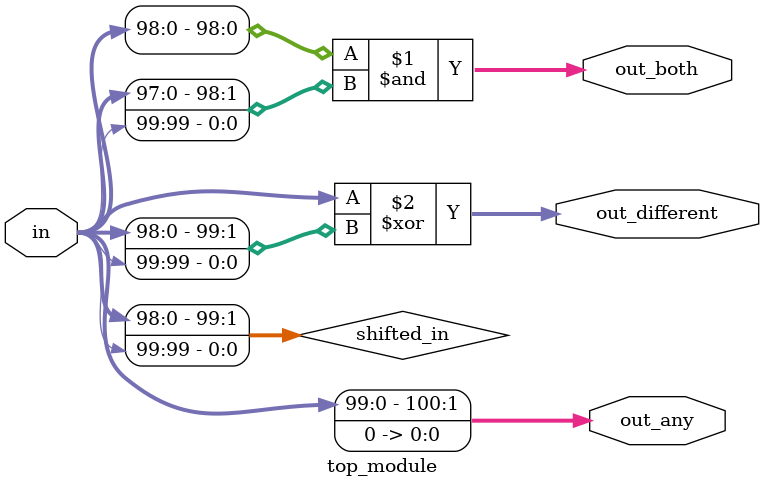
<source format=sv>
module top_module (
    input [99:0] in,
    output [98:0] out_both,
    output [100:0] out_any,
    output [99:0] out_different
);

    wire [99:0] shifted_in;
    assign shifted_in = {in[98:0], in[99]};

    assign out_both = in[98:0] & shifted_in[98:0];
    assign out_any = {in, 1'b0};
    assign out_different = in ^ shifted_in;

endmodule

</source>
